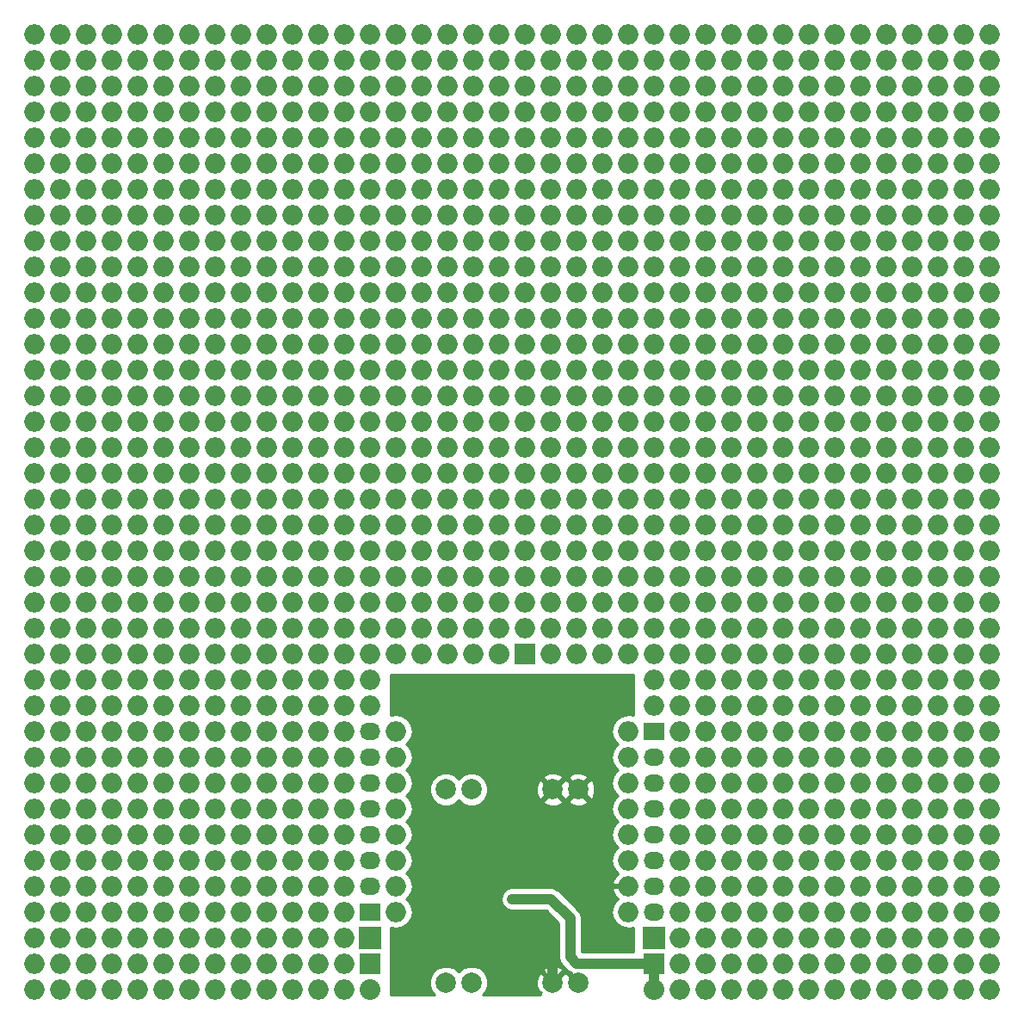
<source format=gbr>
G04 #@! TF.FileFunction,Copper,L2,Bot,Signal*
%FSLAX46Y46*%
G04 Gerber Fmt 4.6, Leading zero omitted, Abs format (unit mm)*
G04 Created by KiCad (PCBNEW 4.0.4+e1-6308~48~ubuntu16.04.1-stable) date Wed Dec 14 21:01:20 2016*
%MOMM*%
%LPD*%
G01*
G04 APERTURE LIST*
%ADD10C,0.100000*%
%ADD11O,2.000000X2.000000*%
%ADD12R,2.032000X2.032000*%
%ADD13O,2.032000X2.032000*%
%ADD14R,2.032000X1.727200*%
%ADD15O,2.032000X1.727200*%
%ADD16C,2.000000*%
%ADD17R,2.235200X2.235200*%
%ADD18C,0.600000*%
%ADD19C,1.000000*%
%ADD20C,0.254000*%
G04 APERTURE END LIST*
D10*
D11*
X86900000Y-128540000D03*
X114840000Y-128540000D03*
X117380000Y-126000000D03*
X114840000Y-126000000D03*
X86900000Y-126000000D03*
X84360000Y-126000000D03*
X86900000Y-105680000D03*
X86900000Y-108220000D03*
X86900000Y-110760000D03*
X84360000Y-110760000D03*
X84360000Y-108220000D03*
X84360000Y-105680000D03*
X84360000Y-98060000D03*
X84360000Y-100600000D03*
X84360000Y-103140000D03*
X86900000Y-103140000D03*
X86900000Y-100600000D03*
X86900000Y-98060000D03*
X86900000Y-113300000D03*
X86900000Y-115840000D03*
X86900000Y-118380000D03*
X84360000Y-118380000D03*
X84360000Y-115840000D03*
X84360000Y-113300000D03*
X84360000Y-120920000D03*
X84360000Y-123460000D03*
X86900000Y-123460000D03*
X86900000Y-120920000D03*
X86900000Y-90440000D03*
X86900000Y-92980000D03*
X86900000Y-95520000D03*
X84360000Y-95520000D03*
X84360000Y-92980000D03*
X84360000Y-90440000D03*
X84360000Y-82820000D03*
X84360000Y-85360000D03*
X84360000Y-87900000D03*
X86900000Y-87900000D03*
X86900000Y-85360000D03*
X86900000Y-82820000D03*
X86900000Y-67580000D03*
X86900000Y-70120000D03*
X86900000Y-72660000D03*
X84360000Y-72660000D03*
X84360000Y-70120000D03*
X84360000Y-67580000D03*
X84360000Y-75200000D03*
X84360000Y-77740000D03*
X84360000Y-80280000D03*
X86900000Y-80280000D03*
X86900000Y-77740000D03*
X86900000Y-75200000D03*
X86900000Y-62500000D03*
X86900000Y-65040000D03*
X84360000Y-65040000D03*
X84360000Y-62500000D03*
X89440000Y-62500000D03*
X89440000Y-65040000D03*
X91980000Y-65040000D03*
X91980000Y-62500000D03*
X97060000Y-62500000D03*
X97060000Y-65040000D03*
X94520000Y-65040000D03*
X94520000Y-62500000D03*
X104680000Y-62500000D03*
X104680000Y-65040000D03*
X107220000Y-65040000D03*
X107220000Y-62500000D03*
X102140000Y-62500000D03*
X102140000Y-65040000D03*
X99600000Y-65040000D03*
X99600000Y-62500000D03*
X114840000Y-62500000D03*
X114840000Y-65040000D03*
X117380000Y-65040000D03*
X117380000Y-62500000D03*
X109760000Y-62500000D03*
X109760000Y-65040000D03*
X112300000Y-65040000D03*
X112300000Y-62500000D03*
X112300000Y-75200000D03*
X112300000Y-77740000D03*
X112300000Y-80280000D03*
X109760000Y-80280000D03*
X109760000Y-77740000D03*
X109760000Y-75200000D03*
X117380000Y-75200000D03*
X117380000Y-77740000D03*
X117380000Y-80280000D03*
X114840000Y-80280000D03*
X114840000Y-77740000D03*
X114840000Y-75200000D03*
X99600000Y-75200000D03*
X99600000Y-77740000D03*
X99600000Y-80280000D03*
X102140000Y-80280000D03*
X102140000Y-77740000D03*
X102140000Y-75200000D03*
X107220000Y-75200000D03*
X107220000Y-77740000D03*
X107220000Y-80280000D03*
X104680000Y-80280000D03*
X104680000Y-77740000D03*
X104680000Y-75200000D03*
X94520000Y-75200000D03*
X94520000Y-77740000D03*
X94520000Y-80280000D03*
X97060000Y-80280000D03*
X97060000Y-77740000D03*
X97060000Y-75200000D03*
X91980000Y-75200000D03*
X91980000Y-77740000D03*
X91980000Y-80280000D03*
X89440000Y-80280000D03*
X89440000Y-77740000D03*
X89440000Y-75200000D03*
X89440000Y-67580000D03*
X89440000Y-70120000D03*
X89440000Y-72660000D03*
X91980000Y-72660000D03*
X91980000Y-70120000D03*
X91980000Y-67580000D03*
X97060000Y-67580000D03*
X97060000Y-70120000D03*
X97060000Y-72660000D03*
X94520000Y-72660000D03*
X94520000Y-70120000D03*
X94520000Y-67580000D03*
X104680000Y-67580000D03*
X104680000Y-70120000D03*
X104680000Y-72660000D03*
X107220000Y-72660000D03*
X107220000Y-70120000D03*
X107220000Y-67580000D03*
X102140000Y-67580000D03*
X102140000Y-70120000D03*
X102140000Y-72660000D03*
X99600000Y-72660000D03*
X99600000Y-70120000D03*
X99600000Y-67580000D03*
X114840000Y-67580000D03*
X114840000Y-70120000D03*
X114840000Y-72660000D03*
X117380000Y-72660000D03*
X117380000Y-70120000D03*
X117380000Y-67580000D03*
X109760000Y-67580000D03*
X109760000Y-70120000D03*
X109760000Y-72660000D03*
X112300000Y-72660000D03*
X112300000Y-70120000D03*
X112300000Y-67580000D03*
X112300000Y-82820000D03*
X112300000Y-85360000D03*
X112300000Y-87900000D03*
X109760000Y-87900000D03*
X109760000Y-85360000D03*
X109760000Y-82820000D03*
X117380000Y-82820000D03*
X117380000Y-85360000D03*
X117380000Y-87900000D03*
X114840000Y-87900000D03*
X114840000Y-85360000D03*
X114840000Y-82820000D03*
X99600000Y-82820000D03*
X99600000Y-85360000D03*
X99600000Y-87900000D03*
X102140000Y-87900000D03*
X102140000Y-85360000D03*
X102140000Y-82820000D03*
X107220000Y-82820000D03*
X107220000Y-85360000D03*
X107220000Y-87900000D03*
X104680000Y-87900000D03*
X104680000Y-85360000D03*
X104680000Y-82820000D03*
X94520000Y-82820000D03*
X94520000Y-85360000D03*
X94520000Y-87900000D03*
X97060000Y-87900000D03*
X97060000Y-85360000D03*
X97060000Y-82820000D03*
X91980000Y-82820000D03*
X91980000Y-85360000D03*
X91980000Y-87900000D03*
X89440000Y-87900000D03*
X89440000Y-85360000D03*
X89440000Y-82820000D03*
X89440000Y-90440000D03*
X89440000Y-92980000D03*
X89440000Y-95520000D03*
X91980000Y-95520000D03*
X91980000Y-92980000D03*
X91980000Y-90440000D03*
X97060000Y-90440000D03*
X97060000Y-92980000D03*
X97060000Y-95520000D03*
X94520000Y-95520000D03*
X94520000Y-92980000D03*
X94520000Y-90440000D03*
X104680000Y-90440000D03*
X104680000Y-92980000D03*
X104680000Y-95520000D03*
X107220000Y-95520000D03*
X107220000Y-92980000D03*
X107220000Y-90440000D03*
X102140000Y-90440000D03*
X102140000Y-92980000D03*
X102140000Y-95520000D03*
X99600000Y-95520000D03*
X99600000Y-92980000D03*
X99600000Y-90440000D03*
X114840000Y-90440000D03*
X114840000Y-92980000D03*
X114840000Y-95520000D03*
X117380000Y-95520000D03*
X117380000Y-92980000D03*
X117380000Y-90440000D03*
X109760000Y-90440000D03*
X109760000Y-92980000D03*
X109760000Y-95520000D03*
X112300000Y-95520000D03*
X112300000Y-92980000D03*
X112300000Y-90440000D03*
X112300000Y-120920000D03*
X112300000Y-123460000D03*
X109760000Y-123460000D03*
X109760000Y-120920000D03*
X117380000Y-120920000D03*
X117380000Y-123460000D03*
X114840000Y-123460000D03*
X114840000Y-120920000D03*
X99600000Y-120920000D03*
X102140000Y-120920000D03*
X107220000Y-120920000D03*
X107220000Y-123460000D03*
X104680000Y-123460000D03*
X104680000Y-120920000D03*
X94520000Y-120920000D03*
X94520000Y-123460000D03*
X97060000Y-123460000D03*
X97060000Y-120920000D03*
X91980000Y-120920000D03*
X91980000Y-123460000D03*
X89440000Y-123460000D03*
X89440000Y-120920000D03*
X89440000Y-113300000D03*
X89440000Y-115840000D03*
X89440000Y-118380000D03*
X91980000Y-118380000D03*
X91980000Y-115840000D03*
X91980000Y-113300000D03*
X97060000Y-113300000D03*
X97060000Y-115840000D03*
X97060000Y-118380000D03*
X94520000Y-118380000D03*
X94520000Y-115840000D03*
X94520000Y-113300000D03*
X104680000Y-113300000D03*
X104680000Y-115840000D03*
X104680000Y-118380000D03*
X107220000Y-118380000D03*
X107220000Y-115840000D03*
X107220000Y-113300000D03*
X102140000Y-113300000D03*
X102140000Y-115840000D03*
X102140000Y-118380000D03*
X99600000Y-118380000D03*
X99600000Y-115840000D03*
X99600000Y-113300000D03*
X114840000Y-113300000D03*
X114840000Y-115840000D03*
X114840000Y-118380000D03*
X117380000Y-118380000D03*
X117380000Y-115840000D03*
X117380000Y-113300000D03*
X109760000Y-113300000D03*
X109760000Y-115840000D03*
X109760000Y-118380000D03*
X112300000Y-118380000D03*
X112300000Y-115840000D03*
X112300000Y-113300000D03*
X112300000Y-98060000D03*
X112300000Y-100600000D03*
X112300000Y-103140000D03*
X109760000Y-103140000D03*
X109760000Y-100600000D03*
X109760000Y-98060000D03*
X117380000Y-98060000D03*
X117380000Y-100600000D03*
X117380000Y-103140000D03*
X114840000Y-103140000D03*
X114840000Y-100600000D03*
X114840000Y-98060000D03*
X99600000Y-98060000D03*
X99600000Y-100600000D03*
X99600000Y-103140000D03*
X102140000Y-103140000D03*
X102140000Y-100600000D03*
X102140000Y-98060000D03*
X107220000Y-98060000D03*
X107220000Y-100600000D03*
X107220000Y-103140000D03*
X104680000Y-103140000D03*
X104680000Y-100600000D03*
X104680000Y-98060000D03*
X94520000Y-98060000D03*
X94520000Y-100600000D03*
X94520000Y-103140000D03*
X97060000Y-103140000D03*
X97060000Y-100600000D03*
X97060000Y-98060000D03*
X91980000Y-98060000D03*
X91980000Y-100600000D03*
X91980000Y-103140000D03*
X89440000Y-103140000D03*
X89440000Y-100600000D03*
X89440000Y-98060000D03*
X89440000Y-105680000D03*
X89440000Y-108220000D03*
X89440000Y-110760000D03*
X91980000Y-110760000D03*
X91980000Y-108220000D03*
X91980000Y-105680000D03*
X97060000Y-105680000D03*
X97060000Y-108220000D03*
X97060000Y-110760000D03*
X94520000Y-110760000D03*
X94520000Y-108220000D03*
X94520000Y-105680000D03*
X104680000Y-105680000D03*
X104680000Y-108220000D03*
X104680000Y-110760000D03*
X107220000Y-110760000D03*
X107220000Y-108220000D03*
X107220000Y-105680000D03*
X102140000Y-105680000D03*
X102140000Y-108220000D03*
X102140000Y-110760000D03*
X99600000Y-110760000D03*
X99600000Y-108220000D03*
X99600000Y-105680000D03*
X114840000Y-105680000D03*
X114840000Y-108220000D03*
X114840000Y-110760000D03*
X117380000Y-110760000D03*
X117380000Y-108220000D03*
X117380000Y-105680000D03*
X109760000Y-105680000D03*
X109760000Y-108220000D03*
X109760000Y-110760000D03*
X112300000Y-110760000D03*
X112300000Y-108220000D03*
X112300000Y-105680000D03*
X142780000Y-105680000D03*
X142780000Y-108220000D03*
X142780000Y-110760000D03*
X140240000Y-110760000D03*
X140240000Y-108220000D03*
X140240000Y-105680000D03*
X147860000Y-105680000D03*
X147860000Y-108220000D03*
X147860000Y-110760000D03*
X145320000Y-110760000D03*
X145320000Y-108220000D03*
X145320000Y-105680000D03*
X130080000Y-105680000D03*
X130080000Y-108220000D03*
X130080000Y-110760000D03*
X132620000Y-110760000D03*
X132620000Y-108220000D03*
X132620000Y-105680000D03*
X137700000Y-105680000D03*
X137700000Y-108220000D03*
X137700000Y-110760000D03*
X135160000Y-110760000D03*
X135160000Y-108220000D03*
X135160000Y-105680000D03*
X125000000Y-105680000D03*
X125000000Y-108220000D03*
X125000000Y-110760000D03*
X127540000Y-110760000D03*
X127540000Y-108220000D03*
X127540000Y-105680000D03*
X122460000Y-105680000D03*
X122460000Y-108220000D03*
X122460000Y-110760000D03*
X119920000Y-110760000D03*
X119920000Y-108220000D03*
X119920000Y-105680000D03*
X119920000Y-98060000D03*
X119920000Y-100600000D03*
X119920000Y-103140000D03*
X122460000Y-103140000D03*
X122460000Y-100600000D03*
X122460000Y-98060000D03*
X127540000Y-98060000D03*
X127540000Y-100600000D03*
X127540000Y-103140000D03*
X125000000Y-103140000D03*
X125000000Y-100600000D03*
X125000000Y-98060000D03*
X135160000Y-98060000D03*
X135160000Y-100600000D03*
X135160000Y-103140000D03*
X137700000Y-103140000D03*
X137700000Y-100600000D03*
X137700000Y-98060000D03*
X132620000Y-98060000D03*
X132620000Y-100600000D03*
X132620000Y-103140000D03*
X130080000Y-103140000D03*
X130080000Y-100600000D03*
X130080000Y-98060000D03*
X145320000Y-98060000D03*
X145320000Y-100600000D03*
X145320000Y-103140000D03*
X147860000Y-103140000D03*
X147860000Y-100600000D03*
X147860000Y-98060000D03*
X140240000Y-98060000D03*
X140240000Y-100600000D03*
X140240000Y-103140000D03*
X142780000Y-103140000D03*
X142780000Y-100600000D03*
X142780000Y-98060000D03*
X142780000Y-113300000D03*
X142780000Y-115840000D03*
X142780000Y-118380000D03*
X140240000Y-118380000D03*
X140240000Y-115840000D03*
X140240000Y-113300000D03*
X147860000Y-113300000D03*
X147860000Y-115840000D03*
X147860000Y-118380000D03*
X145320000Y-118380000D03*
X145320000Y-115840000D03*
X145320000Y-113300000D03*
X130080000Y-113300000D03*
X130080000Y-115840000D03*
X130080000Y-118380000D03*
X132620000Y-118380000D03*
X132620000Y-115840000D03*
X132620000Y-113300000D03*
X137700000Y-113300000D03*
X137700000Y-115840000D03*
X137700000Y-118380000D03*
X135160000Y-118380000D03*
X135160000Y-115840000D03*
X135160000Y-113300000D03*
X125000000Y-113300000D03*
X125000000Y-115840000D03*
X125000000Y-118380000D03*
X127540000Y-118380000D03*
X127540000Y-115840000D03*
X127540000Y-113300000D03*
X122460000Y-113300000D03*
X122460000Y-115840000D03*
X122460000Y-118380000D03*
X119920000Y-118380000D03*
X119920000Y-115840000D03*
X119920000Y-113300000D03*
X119920000Y-120920000D03*
X119920000Y-123460000D03*
X119920000Y-126000000D03*
X122460000Y-126000000D03*
X122460000Y-123460000D03*
X122460000Y-120920000D03*
X127540000Y-120920000D03*
X127540000Y-123460000D03*
X127540000Y-126000000D03*
X125000000Y-126000000D03*
X125000000Y-123460000D03*
X125000000Y-120920000D03*
X135160000Y-120920000D03*
X135160000Y-123460000D03*
X135160000Y-126000000D03*
X137700000Y-126000000D03*
X137700000Y-123460000D03*
X137700000Y-120920000D03*
X132620000Y-120920000D03*
X132620000Y-123460000D03*
X132620000Y-126000000D03*
X130080000Y-126000000D03*
X130080000Y-123460000D03*
X130080000Y-120920000D03*
X145320000Y-120920000D03*
X145320000Y-123460000D03*
X145320000Y-126000000D03*
X147860000Y-126000000D03*
X147860000Y-123460000D03*
X147860000Y-120920000D03*
X140240000Y-120920000D03*
X140240000Y-123460000D03*
X140240000Y-126000000D03*
X142780000Y-126000000D03*
X142780000Y-123460000D03*
X142780000Y-120920000D03*
X142780000Y-90440000D03*
X142780000Y-92980000D03*
X142780000Y-95520000D03*
X140240000Y-95520000D03*
X140240000Y-92980000D03*
X140240000Y-90440000D03*
X147860000Y-90440000D03*
X147860000Y-92980000D03*
X147860000Y-95520000D03*
X145320000Y-95520000D03*
X145320000Y-92980000D03*
X145320000Y-90440000D03*
X130080000Y-90440000D03*
X130080000Y-92980000D03*
X130080000Y-95520000D03*
X132620000Y-95520000D03*
X132620000Y-92980000D03*
X132620000Y-90440000D03*
X137700000Y-90440000D03*
X137700000Y-92980000D03*
X137700000Y-95520000D03*
X135160000Y-95520000D03*
X135160000Y-92980000D03*
X135160000Y-90440000D03*
X125000000Y-90440000D03*
X125000000Y-92980000D03*
X125000000Y-95520000D03*
X127540000Y-95520000D03*
X127540000Y-92980000D03*
X127540000Y-90440000D03*
X122460000Y-90440000D03*
X122460000Y-92980000D03*
X122460000Y-95520000D03*
X119920000Y-95520000D03*
X119920000Y-92980000D03*
X119920000Y-90440000D03*
X119920000Y-82820000D03*
X119920000Y-85360000D03*
X119920000Y-87900000D03*
X122460000Y-87900000D03*
X122460000Y-85360000D03*
X122460000Y-82820000D03*
X127540000Y-82820000D03*
X127540000Y-85360000D03*
X127540000Y-87900000D03*
X125000000Y-87900000D03*
X125000000Y-85360000D03*
X125000000Y-82820000D03*
X135160000Y-82820000D03*
X135160000Y-85360000D03*
X135160000Y-87900000D03*
X137700000Y-87900000D03*
X137700000Y-85360000D03*
X137700000Y-82820000D03*
X132620000Y-82820000D03*
X132620000Y-85360000D03*
X132620000Y-87900000D03*
X130080000Y-87900000D03*
X130080000Y-85360000D03*
X130080000Y-82820000D03*
X145320000Y-82820000D03*
X145320000Y-85360000D03*
X145320000Y-87900000D03*
X147860000Y-87900000D03*
X147860000Y-85360000D03*
X147860000Y-82820000D03*
X140240000Y-82820000D03*
X140240000Y-85360000D03*
X140240000Y-87900000D03*
X142780000Y-87900000D03*
X142780000Y-85360000D03*
X142780000Y-82820000D03*
X142780000Y-67580000D03*
X142780000Y-70120000D03*
X142780000Y-72660000D03*
X140240000Y-72660000D03*
X140240000Y-70120000D03*
X140240000Y-67580000D03*
X147860000Y-67580000D03*
X147860000Y-70120000D03*
X147860000Y-72660000D03*
X145320000Y-72660000D03*
X145320000Y-70120000D03*
X145320000Y-67580000D03*
X130080000Y-67580000D03*
X130080000Y-70120000D03*
X130080000Y-72660000D03*
X132620000Y-72660000D03*
X132620000Y-70120000D03*
X132620000Y-67580000D03*
X137700000Y-67580000D03*
X137700000Y-70120000D03*
X137700000Y-72660000D03*
X135160000Y-72660000D03*
X135160000Y-70120000D03*
X135160000Y-67580000D03*
X125000000Y-67580000D03*
X125000000Y-70120000D03*
X125000000Y-72660000D03*
X127540000Y-72660000D03*
X127540000Y-70120000D03*
X127540000Y-67580000D03*
X122460000Y-67580000D03*
X122460000Y-70120000D03*
X122460000Y-72660000D03*
X119920000Y-72660000D03*
X119920000Y-70120000D03*
X119920000Y-67580000D03*
X119920000Y-75200000D03*
X119920000Y-77740000D03*
X119920000Y-80280000D03*
X122460000Y-80280000D03*
X122460000Y-77740000D03*
X122460000Y-75200000D03*
X127540000Y-75200000D03*
X127540000Y-77740000D03*
X127540000Y-80280000D03*
X125000000Y-80280000D03*
X125000000Y-77740000D03*
X125000000Y-75200000D03*
X135160000Y-75200000D03*
X135160000Y-77740000D03*
X135160000Y-80280000D03*
X137700000Y-80280000D03*
X137700000Y-77740000D03*
X137700000Y-75200000D03*
X132620000Y-75200000D03*
X132620000Y-77740000D03*
X132620000Y-80280000D03*
X130080000Y-80280000D03*
X130080000Y-77740000D03*
X130080000Y-75200000D03*
X145320000Y-75200000D03*
X145320000Y-77740000D03*
X145320000Y-80280000D03*
X147860000Y-80280000D03*
X147860000Y-77740000D03*
X147860000Y-75200000D03*
X140240000Y-75200000D03*
X140240000Y-77740000D03*
X140240000Y-80280000D03*
X142780000Y-80280000D03*
X142780000Y-77740000D03*
X142780000Y-75200000D03*
X142780000Y-62500000D03*
X142780000Y-65040000D03*
X140240000Y-65040000D03*
X140240000Y-62500000D03*
X147860000Y-62500000D03*
X147860000Y-65040000D03*
X145320000Y-65040000D03*
X145320000Y-62500000D03*
X130080000Y-62500000D03*
X130080000Y-65040000D03*
X132620000Y-65040000D03*
X132620000Y-62500000D03*
X137700000Y-62500000D03*
X137700000Y-65040000D03*
X135160000Y-65040000D03*
X135160000Y-62500000D03*
X125000000Y-62500000D03*
X125000000Y-65040000D03*
X127540000Y-65040000D03*
X127540000Y-62500000D03*
X122460000Y-62500000D03*
X122460000Y-65040000D03*
X119920000Y-65040000D03*
X119920000Y-62500000D03*
X53880000Y-62500000D03*
X53880000Y-65040000D03*
X56420000Y-65040000D03*
X56420000Y-62500000D03*
X61500000Y-62500000D03*
X61500000Y-65040000D03*
X58960000Y-65040000D03*
X58960000Y-62500000D03*
X69120000Y-62500000D03*
X69120000Y-65040000D03*
X71660000Y-65040000D03*
X71660000Y-62500000D03*
X66580000Y-62500000D03*
X66580000Y-65040000D03*
X64040000Y-65040000D03*
X64040000Y-62500000D03*
X79280000Y-62500000D03*
X79280000Y-65040000D03*
X81820000Y-65040000D03*
X81820000Y-62500000D03*
X74200000Y-62500000D03*
X74200000Y-65040000D03*
X76740000Y-65040000D03*
X76740000Y-62500000D03*
X76740000Y-75200000D03*
X76740000Y-77740000D03*
X76740000Y-80280000D03*
X74200000Y-80280000D03*
X74200000Y-77740000D03*
X74200000Y-75200000D03*
X81820000Y-75200000D03*
X81820000Y-77740000D03*
X81820000Y-80280000D03*
X79280000Y-80280000D03*
X79280000Y-77740000D03*
X79280000Y-75200000D03*
X64040000Y-75200000D03*
X64040000Y-77740000D03*
X64040000Y-80280000D03*
X66580000Y-80280000D03*
X66580000Y-77740000D03*
X66580000Y-75200000D03*
X71660000Y-75200000D03*
X71660000Y-77740000D03*
X71660000Y-80280000D03*
X69120000Y-80280000D03*
X69120000Y-77740000D03*
X69120000Y-75200000D03*
X58960000Y-75200000D03*
X58960000Y-77740000D03*
X58960000Y-80280000D03*
X61500000Y-80280000D03*
X61500000Y-77740000D03*
X61500000Y-75200000D03*
X56420000Y-75200000D03*
X56420000Y-77740000D03*
X56420000Y-80280000D03*
X53880000Y-80280000D03*
X53880000Y-77740000D03*
X53880000Y-75200000D03*
X53880000Y-67580000D03*
X53880000Y-70120000D03*
X53880000Y-72660000D03*
X56420000Y-72660000D03*
X56420000Y-70120000D03*
X56420000Y-67580000D03*
X61500000Y-67580000D03*
X61500000Y-70120000D03*
X61500000Y-72660000D03*
X58960000Y-72660000D03*
X58960000Y-70120000D03*
X58960000Y-67580000D03*
X69120000Y-67580000D03*
X69120000Y-70120000D03*
X69120000Y-72660000D03*
X71660000Y-72660000D03*
X71660000Y-70120000D03*
X71660000Y-67580000D03*
X66580000Y-67580000D03*
X66580000Y-70120000D03*
X66580000Y-72660000D03*
X64040000Y-72660000D03*
X64040000Y-70120000D03*
X64040000Y-67580000D03*
X79280000Y-67580000D03*
X79280000Y-70120000D03*
X79280000Y-72660000D03*
X81820000Y-72660000D03*
X81820000Y-70120000D03*
X81820000Y-67580000D03*
X74200000Y-67580000D03*
X74200000Y-70120000D03*
X74200000Y-72660000D03*
X76740000Y-72660000D03*
X76740000Y-70120000D03*
X76740000Y-67580000D03*
X76740000Y-82820000D03*
X76740000Y-85360000D03*
X76740000Y-87900000D03*
X74200000Y-87900000D03*
X74200000Y-85360000D03*
X74200000Y-82820000D03*
X81820000Y-82820000D03*
X81820000Y-85360000D03*
X81820000Y-87900000D03*
X79280000Y-87900000D03*
X79280000Y-85360000D03*
X79280000Y-82820000D03*
X64040000Y-82820000D03*
X64040000Y-85360000D03*
X64040000Y-87900000D03*
X66580000Y-87900000D03*
X66580000Y-85360000D03*
X66580000Y-82820000D03*
X71660000Y-82820000D03*
X71660000Y-85360000D03*
X71660000Y-87900000D03*
X69120000Y-87900000D03*
X69120000Y-85360000D03*
X69120000Y-82820000D03*
X58960000Y-82820000D03*
X58960000Y-85360000D03*
X58960000Y-87900000D03*
X61500000Y-87900000D03*
X61500000Y-85360000D03*
X61500000Y-82820000D03*
X56420000Y-82820000D03*
X56420000Y-85360000D03*
X56420000Y-87900000D03*
X53880000Y-87900000D03*
X53880000Y-85360000D03*
X53880000Y-82820000D03*
X53880000Y-90440000D03*
X53880000Y-92980000D03*
X53880000Y-95520000D03*
X56420000Y-95520000D03*
X56420000Y-92980000D03*
X56420000Y-90440000D03*
X61500000Y-90440000D03*
X61500000Y-92980000D03*
X61500000Y-95520000D03*
X58960000Y-95520000D03*
X58960000Y-92980000D03*
X58960000Y-90440000D03*
X69120000Y-90440000D03*
X69120000Y-92980000D03*
X69120000Y-95520000D03*
X71660000Y-95520000D03*
X71660000Y-92980000D03*
X71660000Y-90440000D03*
X66580000Y-90440000D03*
X66580000Y-92980000D03*
X66580000Y-95520000D03*
X64040000Y-95520000D03*
X64040000Y-92980000D03*
X64040000Y-90440000D03*
X79280000Y-90440000D03*
X79280000Y-92980000D03*
X79280000Y-95520000D03*
X81820000Y-95520000D03*
X81820000Y-92980000D03*
X81820000Y-90440000D03*
X74200000Y-90440000D03*
X74200000Y-92980000D03*
X74200000Y-95520000D03*
X76740000Y-95520000D03*
X76740000Y-92980000D03*
X76740000Y-90440000D03*
X76740000Y-120920000D03*
X76740000Y-123460000D03*
X76740000Y-126000000D03*
X74200000Y-126000000D03*
X74200000Y-123460000D03*
X74200000Y-120920000D03*
X81820000Y-120920000D03*
X81820000Y-123460000D03*
X81820000Y-126000000D03*
X79280000Y-126000000D03*
X79280000Y-123460000D03*
X79280000Y-120920000D03*
X64040000Y-120920000D03*
X64040000Y-123460000D03*
X64040000Y-126000000D03*
X66580000Y-126000000D03*
X66580000Y-123460000D03*
X66580000Y-120920000D03*
X71660000Y-120920000D03*
X71660000Y-123460000D03*
X71660000Y-126000000D03*
X69120000Y-126000000D03*
X69120000Y-123460000D03*
X69120000Y-120920000D03*
X58960000Y-120920000D03*
X58960000Y-123460000D03*
X58960000Y-126000000D03*
X61500000Y-126000000D03*
X61500000Y-123460000D03*
X61500000Y-120920000D03*
X56420000Y-120920000D03*
X56420000Y-123460000D03*
X56420000Y-126000000D03*
X53880000Y-126000000D03*
X53880000Y-123460000D03*
X53880000Y-120920000D03*
X53880000Y-113300000D03*
X53880000Y-115840000D03*
X53880000Y-118380000D03*
X56420000Y-118380000D03*
X56420000Y-115840000D03*
X56420000Y-113300000D03*
X61500000Y-113300000D03*
X61500000Y-115840000D03*
X61500000Y-118380000D03*
X58960000Y-118380000D03*
X58960000Y-115840000D03*
X58960000Y-113300000D03*
X69120000Y-113300000D03*
X69120000Y-115840000D03*
X69120000Y-118380000D03*
X71660000Y-118380000D03*
X71660000Y-115840000D03*
X71660000Y-113300000D03*
X66580000Y-113300000D03*
X66580000Y-115840000D03*
X66580000Y-118380000D03*
X64040000Y-118380000D03*
X64040000Y-115840000D03*
X64040000Y-113300000D03*
X79280000Y-113300000D03*
X79280000Y-115840000D03*
X79280000Y-118380000D03*
X81820000Y-118380000D03*
X81820000Y-115840000D03*
X81820000Y-113300000D03*
X74200000Y-113300000D03*
X74200000Y-115840000D03*
X74200000Y-118380000D03*
X76740000Y-118380000D03*
X76740000Y-115840000D03*
X76740000Y-113300000D03*
X76740000Y-98060000D03*
X76740000Y-100600000D03*
X76740000Y-103140000D03*
X74200000Y-103140000D03*
X74200000Y-100600000D03*
X74200000Y-98060000D03*
X81820000Y-98060000D03*
X81820000Y-100600000D03*
X81820000Y-103140000D03*
X79280000Y-103140000D03*
X79280000Y-100600000D03*
X79280000Y-98060000D03*
X64040000Y-98060000D03*
X64040000Y-100600000D03*
X64040000Y-103140000D03*
X66580000Y-103140000D03*
X66580000Y-100600000D03*
X66580000Y-98060000D03*
X71660000Y-98060000D03*
X71660000Y-100600000D03*
X71660000Y-103140000D03*
X69120000Y-103140000D03*
X69120000Y-100600000D03*
X69120000Y-98060000D03*
X58960000Y-98060000D03*
X58960000Y-100600000D03*
X58960000Y-103140000D03*
X61500000Y-103140000D03*
X61500000Y-100600000D03*
X61500000Y-98060000D03*
X56420000Y-98060000D03*
X56420000Y-100600000D03*
X56420000Y-103140000D03*
X53880000Y-103140000D03*
X53880000Y-100600000D03*
X53880000Y-98060000D03*
X53880000Y-105680000D03*
X53880000Y-108220000D03*
X53880000Y-110760000D03*
X56420000Y-110760000D03*
X56420000Y-108220000D03*
X56420000Y-105680000D03*
X61500000Y-105680000D03*
X61500000Y-108220000D03*
X61500000Y-110760000D03*
X58960000Y-110760000D03*
X58960000Y-108220000D03*
X58960000Y-105680000D03*
X69120000Y-105680000D03*
X69120000Y-108220000D03*
X69120000Y-110760000D03*
X71660000Y-110760000D03*
X71660000Y-108220000D03*
X71660000Y-105680000D03*
X66580000Y-105680000D03*
X66580000Y-108220000D03*
X66580000Y-110760000D03*
X64040000Y-110760000D03*
X64040000Y-108220000D03*
X64040000Y-105680000D03*
X79280000Y-105680000D03*
X79280000Y-108220000D03*
X79280000Y-110760000D03*
X81820000Y-110760000D03*
X81820000Y-108220000D03*
X81820000Y-105680000D03*
X74200000Y-105680000D03*
X74200000Y-108220000D03*
X74200000Y-110760000D03*
X76740000Y-110760000D03*
X76740000Y-108220000D03*
X76740000Y-105680000D03*
X147860000Y-136160000D03*
X147860000Y-138700000D03*
X147860000Y-141240000D03*
X147860000Y-133620000D03*
X147860000Y-131080000D03*
X147860000Y-128540000D03*
X119920000Y-136160000D03*
X119920000Y-138700000D03*
X119920000Y-141240000D03*
X117380000Y-141240000D03*
X117380000Y-138700000D03*
X117380000Y-136160000D03*
X127540000Y-136160000D03*
X127540000Y-138700000D03*
X127540000Y-141240000D03*
X130080000Y-141240000D03*
X130080000Y-138700000D03*
X130080000Y-136160000D03*
X125000000Y-136160000D03*
X125000000Y-138700000D03*
X125000000Y-141240000D03*
X122460000Y-141240000D03*
X122460000Y-138700000D03*
X122460000Y-136160000D03*
X137700000Y-136160000D03*
X137700000Y-138700000D03*
X137700000Y-141240000D03*
X140240000Y-141240000D03*
X140240000Y-138700000D03*
X140240000Y-136160000D03*
X145320000Y-136160000D03*
X145320000Y-138700000D03*
X145320000Y-141240000D03*
X142780000Y-141240000D03*
X142780000Y-138700000D03*
X142780000Y-136160000D03*
X132620000Y-136160000D03*
X132620000Y-138700000D03*
X132620000Y-141240000D03*
X135160000Y-141240000D03*
X135160000Y-138700000D03*
X135160000Y-136160000D03*
X137700000Y-128540000D03*
X137700000Y-131080000D03*
X137700000Y-133620000D03*
X135160000Y-133620000D03*
X135160000Y-131080000D03*
X135160000Y-128540000D03*
X142780000Y-128540000D03*
X142780000Y-131080000D03*
X142780000Y-133620000D03*
X140240000Y-133620000D03*
X140240000Y-131080000D03*
X140240000Y-128540000D03*
X125000000Y-128540000D03*
X125000000Y-131080000D03*
X125000000Y-133620000D03*
X127540000Y-133620000D03*
X127540000Y-131080000D03*
X127540000Y-128540000D03*
X132620000Y-128540000D03*
X132620000Y-131080000D03*
X132620000Y-133620000D03*
X130080000Y-133620000D03*
X130080000Y-131080000D03*
X130080000Y-128540000D03*
X119920000Y-128540000D03*
X119920000Y-131080000D03*
X119920000Y-133620000D03*
X122460000Y-133620000D03*
X122460000Y-131080000D03*
X122460000Y-128540000D03*
X117380000Y-128540000D03*
X117380000Y-131080000D03*
X117380000Y-133620000D03*
X145320000Y-133620000D03*
X145320000Y-131080000D03*
X145320000Y-128540000D03*
X76740000Y-136160000D03*
X76740000Y-138700000D03*
X76740000Y-141240000D03*
X74200000Y-141240000D03*
X74200000Y-138700000D03*
X74200000Y-136160000D03*
X84360000Y-136160000D03*
X84360000Y-138700000D03*
X84360000Y-141240000D03*
X81820000Y-136160000D03*
X81820000Y-138700000D03*
X81820000Y-141240000D03*
X79280000Y-141240000D03*
X79280000Y-138700000D03*
X79280000Y-136160000D03*
X64040000Y-136160000D03*
X64040000Y-138700000D03*
X64040000Y-141240000D03*
X66580000Y-141240000D03*
X66580000Y-138700000D03*
X66580000Y-136160000D03*
X71660000Y-136160000D03*
X71660000Y-138700000D03*
X71660000Y-141240000D03*
X69120000Y-141240000D03*
X69120000Y-138700000D03*
X69120000Y-136160000D03*
X58960000Y-136160000D03*
X58960000Y-138700000D03*
X58960000Y-141240000D03*
X61500000Y-141240000D03*
X61500000Y-138700000D03*
X61500000Y-136160000D03*
X56420000Y-136160000D03*
X56420000Y-138700000D03*
X56420000Y-141240000D03*
X53880000Y-141240000D03*
X53880000Y-138700000D03*
X53880000Y-136160000D03*
X53880000Y-128540000D03*
X53880000Y-131080000D03*
X53880000Y-133620000D03*
X56420000Y-133620000D03*
X56420000Y-131080000D03*
X56420000Y-128540000D03*
X61500000Y-128540000D03*
X61500000Y-131080000D03*
X61500000Y-133620000D03*
X58960000Y-133620000D03*
X58960000Y-131080000D03*
X58960000Y-128540000D03*
X69120000Y-128540000D03*
X69120000Y-131080000D03*
X69120000Y-133620000D03*
X71660000Y-133620000D03*
X71660000Y-131080000D03*
X71660000Y-128540000D03*
X66580000Y-128540000D03*
X66580000Y-131080000D03*
X66580000Y-133620000D03*
X64040000Y-133620000D03*
X64040000Y-131080000D03*
X64040000Y-128540000D03*
X79280000Y-128540000D03*
X79280000Y-131080000D03*
X79280000Y-133620000D03*
X81820000Y-133620000D03*
X81820000Y-131080000D03*
X81820000Y-128540000D03*
X84360000Y-133620000D03*
X84360000Y-131080000D03*
X84360000Y-128540000D03*
X74200000Y-128540000D03*
X74200000Y-131080000D03*
X74200000Y-133620000D03*
X76740000Y-133620000D03*
X76740000Y-131080000D03*
X76740000Y-128540000D03*
X147860000Y-143780000D03*
X147860000Y-146320000D03*
X147860000Y-148860000D03*
X117380000Y-143780000D03*
X117380000Y-146320000D03*
X117380000Y-148860000D03*
X119920000Y-148860000D03*
X119920000Y-146320000D03*
X119920000Y-143780000D03*
X125000000Y-143780000D03*
X125000000Y-146320000D03*
X125000000Y-148860000D03*
X122460000Y-148860000D03*
X122460000Y-146320000D03*
X122460000Y-143780000D03*
X132620000Y-143780000D03*
X132620000Y-146320000D03*
X132620000Y-148860000D03*
X135160000Y-148860000D03*
X135160000Y-146320000D03*
X135160000Y-143780000D03*
X130080000Y-143780000D03*
X130080000Y-146320000D03*
X130080000Y-148860000D03*
X127540000Y-148860000D03*
X127540000Y-146320000D03*
X127540000Y-143780000D03*
X142780000Y-143780000D03*
X142780000Y-146320000D03*
X142780000Y-148860000D03*
X145320000Y-148860000D03*
X145320000Y-146320000D03*
X145320000Y-143780000D03*
X137700000Y-143780000D03*
X137700000Y-146320000D03*
X137700000Y-148860000D03*
X140240000Y-148860000D03*
X140240000Y-146320000D03*
X140240000Y-143780000D03*
X76740000Y-143780000D03*
X76740000Y-146320000D03*
X76740000Y-148860000D03*
X74200000Y-148860000D03*
X74200000Y-146320000D03*
X74200000Y-143780000D03*
X84360000Y-143780000D03*
X84360000Y-146320000D03*
X84360000Y-148860000D03*
X81820000Y-143780000D03*
X81820000Y-146320000D03*
X81820000Y-148860000D03*
X79280000Y-148860000D03*
X79280000Y-146320000D03*
X79280000Y-143780000D03*
X64040000Y-143780000D03*
X64040000Y-146320000D03*
X64040000Y-148860000D03*
X66580000Y-148860000D03*
X66580000Y-146320000D03*
X66580000Y-143780000D03*
X71660000Y-143780000D03*
X71660000Y-146320000D03*
X71660000Y-148860000D03*
X69120000Y-148860000D03*
X69120000Y-146320000D03*
X69120000Y-143780000D03*
X58960000Y-143780000D03*
X58960000Y-146320000D03*
X58960000Y-148860000D03*
X61500000Y-148860000D03*
X61500000Y-146320000D03*
X61500000Y-143780000D03*
X56420000Y-143780000D03*
X56420000Y-146320000D03*
X56420000Y-148860000D03*
X53880000Y-148860000D03*
X53880000Y-146320000D03*
X53880000Y-143780000D03*
X53880000Y-151400000D03*
X53880000Y-153940000D03*
X53880000Y-156480000D03*
X56420000Y-156480000D03*
X56420000Y-153940000D03*
X56420000Y-151400000D03*
X61500000Y-151400000D03*
X61500000Y-153940000D03*
X61500000Y-156480000D03*
X58960000Y-156480000D03*
X58960000Y-153940000D03*
X58960000Y-151400000D03*
X69120000Y-151400000D03*
X69120000Y-153940000D03*
X69120000Y-156480000D03*
X71660000Y-156480000D03*
X71660000Y-153940000D03*
X71660000Y-151400000D03*
X66580000Y-151400000D03*
X66580000Y-153940000D03*
X66580000Y-156480000D03*
X64040000Y-156480000D03*
X64040000Y-153940000D03*
X64040000Y-151400000D03*
X79280000Y-151400000D03*
X79280000Y-153940000D03*
X79280000Y-156480000D03*
X81820000Y-156480000D03*
X81820000Y-153940000D03*
X81820000Y-151400000D03*
X84360000Y-156480000D03*
X84360000Y-153940000D03*
X84360000Y-151400000D03*
X74200000Y-151400000D03*
X74200000Y-153940000D03*
X74200000Y-156480000D03*
X76740000Y-156480000D03*
X76740000Y-153940000D03*
X76740000Y-151400000D03*
X137700000Y-151400000D03*
X137700000Y-153940000D03*
X137700000Y-156480000D03*
X135160000Y-156480000D03*
X135160000Y-153940000D03*
X135160000Y-151400000D03*
X145320000Y-151400000D03*
X145320000Y-153940000D03*
X145320000Y-156480000D03*
X147860000Y-156480000D03*
X147860000Y-153940000D03*
X147860000Y-151400000D03*
X142780000Y-151400000D03*
X142780000Y-153940000D03*
X142780000Y-156480000D03*
X140240000Y-156480000D03*
X140240000Y-153940000D03*
X140240000Y-151400000D03*
X125000000Y-151400000D03*
X125000000Y-153940000D03*
X125000000Y-156480000D03*
X127540000Y-156480000D03*
X127540000Y-153940000D03*
X127540000Y-151400000D03*
X132620000Y-151400000D03*
X132620000Y-153940000D03*
X132620000Y-156480000D03*
X130080000Y-156480000D03*
X130080000Y-153940000D03*
X130080000Y-151400000D03*
X119920000Y-151400000D03*
X119920000Y-153940000D03*
X119920000Y-156480000D03*
X122460000Y-156480000D03*
X122460000Y-153940000D03*
X122460000Y-151400000D03*
X117380000Y-151400000D03*
X117380000Y-153940000D03*
X117380000Y-156480000D03*
X89440000Y-131080000D03*
X89440000Y-133620000D03*
X89440000Y-136160000D03*
X89440000Y-138700000D03*
X89440000Y-141240000D03*
X89440000Y-143780000D03*
X89440000Y-146320000D03*
X89440000Y-148860000D03*
X112300000Y-148860000D03*
X112300000Y-146320000D03*
X112300000Y-143780000D03*
X112300000Y-141240000D03*
X112300000Y-138700000D03*
X112300000Y-136160000D03*
X112300000Y-133620000D03*
X112300000Y-131080000D03*
D12*
X102140000Y-123460000D03*
D13*
X99600000Y-123460000D03*
D14*
X114840000Y-131080000D03*
D15*
X114840000Y-133620000D03*
X114840000Y-136160000D03*
X114840000Y-138700000D03*
X114840000Y-141240000D03*
X114840000Y-143780000D03*
X114840000Y-146320000D03*
X114840000Y-148860000D03*
D14*
X86900000Y-148860000D03*
D15*
X86900000Y-146320000D03*
X86900000Y-143780000D03*
X86900000Y-141240000D03*
X86900000Y-138700000D03*
X86900000Y-136160000D03*
X86900000Y-133620000D03*
X86900000Y-131080000D03*
D16*
X107370000Y-136820000D03*
X104870000Y-136820000D03*
X96870000Y-136820000D03*
X94370000Y-136820000D03*
X96870000Y-155820000D03*
X94370000Y-155820000D03*
X107370000Y-155820000D03*
X104870000Y-155820000D03*
D17*
X114840000Y-151400000D03*
D12*
X86900000Y-153940000D03*
D13*
X86900000Y-156480000D03*
D17*
X86900000Y-151400000D03*
D12*
X114840000Y-153940000D03*
D13*
X114840000Y-156480000D03*
D18*
X103410000Y-150765000D03*
X100870000Y-147590000D03*
D19*
X104870000Y-155820000D02*
X104870000Y-152225000D01*
X104870000Y-152225000D02*
X103410000Y-150765000D01*
X114840000Y-156480000D02*
X114840000Y-153940000D01*
X114840000Y-153940000D02*
X107220000Y-153940000D01*
X107220000Y-153940000D02*
X106585000Y-153305000D01*
X106585000Y-153305000D02*
X106585000Y-149495000D01*
X106585000Y-149495000D02*
X104680000Y-147590000D01*
X104680000Y-147590000D02*
X100870000Y-147590000D01*
D20*
G36*
X112808000Y-129539676D02*
X112332032Y-129445000D01*
X112267968Y-129445000D01*
X111642281Y-129569457D01*
X111111848Y-129923880D01*
X110757425Y-130454313D01*
X110632968Y-131080000D01*
X110757425Y-131705687D01*
X111111848Y-132236120D01*
X111282282Y-132350000D01*
X111111848Y-132463880D01*
X110757425Y-132994313D01*
X110632968Y-133620000D01*
X110757425Y-134245687D01*
X111111848Y-134776120D01*
X111282282Y-134890000D01*
X111111848Y-135003880D01*
X110757425Y-135534313D01*
X110632968Y-136160000D01*
X110757425Y-136785687D01*
X111111848Y-137316120D01*
X111282282Y-137430000D01*
X111111848Y-137543880D01*
X110757425Y-138074313D01*
X110632968Y-138700000D01*
X110757425Y-139325687D01*
X111111848Y-139856120D01*
X111282282Y-139970000D01*
X111111848Y-140083880D01*
X110757425Y-140614313D01*
X110632968Y-141240000D01*
X110757425Y-141865687D01*
X111111848Y-142396120D01*
X111282282Y-142510000D01*
X111111848Y-142623880D01*
X110757425Y-143154313D01*
X110632968Y-143780000D01*
X110757425Y-144405687D01*
X111111848Y-144936120D01*
X111287340Y-145053379D01*
X110906598Y-145464615D01*
X110709876Y-145939566D01*
X110829223Y-146193000D01*
X112173000Y-146193000D01*
X112173000Y-146173000D01*
X112427000Y-146173000D01*
X112427000Y-146193000D01*
X112447000Y-146193000D01*
X112447000Y-146447000D01*
X112427000Y-146447000D01*
X112427000Y-146467000D01*
X112173000Y-146467000D01*
X112173000Y-146447000D01*
X110829223Y-146447000D01*
X110709876Y-146700434D01*
X110906598Y-147175385D01*
X111287340Y-147586621D01*
X111111848Y-147703880D01*
X110757425Y-148234313D01*
X110632968Y-148860000D01*
X110757425Y-149485687D01*
X111111848Y-150016120D01*
X111642281Y-150370543D01*
X112267968Y-150495000D01*
X112332032Y-150495000D01*
X112808000Y-150400324D01*
X112808000Y-152805000D01*
X107720000Y-152805000D01*
X107720000Y-149495000D01*
X107633603Y-149060654D01*
X107387566Y-148692434D01*
X105482566Y-146787434D01*
X105284122Y-146654838D01*
X105114346Y-146541397D01*
X104680000Y-146455000D01*
X100870000Y-146455000D01*
X100435654Y-146541397D01*
X100067434Y-146787434D01*
X99821397Y-147155654D01*
X99735000Y-147590000D01*
X99821397Y-148024346D01*
X100067434Y-148392566D01*
X100435654Y-148638603D01*
X100870000Y-148725000D01*
X104209868Y-148725000D01*
X105450000Y-149965132D01*
X105450000Y-153305000D01*
X105536397Y-153739346D01*
X105670470Y-153940000D01*
X105782434Y-154107566D01*
X106417434Y-154742566D01*
X106582394Y-154852789D01*
X107370000Y-155640395D01*
X107384143Y-155626253D01*
X107563748Y-155805858D01*
X107549605Y-155820000D01*
X107563748Y-155834143D01*
X107384143Y-156013748D01*
X107370000Y-155999605D01*
X107355858Y-156013748D01*
X107176253Y-155834143D01*
X107190395Y-155820000D01*
X106217468Y-154847073D01*
X106120000Y-154883109D01*
X106022532Y-154847073D01*
X105049605Y-155820000D01*
X105063748Y-155834143D01*
X104884143Y-156013748D01*
X104870000Y-155999605D01*
X104855858Y-156013748D01*
X104676253Y-155834143D01*
X104690395Y-155820000D01*
X103717468Y-154847073D01*
X103450613Y-154945736D01*
X103224092Y-155555461D01*
X103248144Y-156205460D01*
X103450613Y-156694264D01*
X103717466Y-156792926D01*
X103603186Y-156907206D01*
X103683980Y-156988000D01*
X98014220Y-156988000D01*
X98255278Y-156747363D01*
X98504716Y-156146648D01*
X98505284Y-155496205D01*
X98256894Y-154895057D01*
X98029703Y-154667468D01*
X103897073Y-154667468D01*
X104870000Y-155640395D01*
X105842927Y-154667468D01*
X105744264Y-154400613D01*
X105134539Y-154174092D01*
X104484540Y-154198144D01*
X103995736Y-154400613D01*
X103897073Y-154667468D01*
X98029703Y-154667468D01*
X97797363Y-154434722D01*
X97196648Y-154185284D01*
X96546205Y-154184716D01*
X95945057Y-154433106D01*
X95619836Y-154757759D01*
X95297363Y-154434722D01*
X94696648Y-154185284D01*
X94046205Y-154184716D01*
X93445057Y-154433106D01*
X92984722Y-154892637D01*
X92735284Y-155493352D01*
X92734716Y-156143795D01*
X92983106Y-156744943D01*
X93225738Y-156988000D01*
X88932000Y-156988000D01*
X88932000Y-150400324D01*
X89407968Y-150495000D01*
X89472032Y-150495000D01*
X90097719Y-150370543D01*
X90628152Y-150016120D01*
X90982575Y-149485687D01*
X91107032Y-148860000D01*
X90982575Y-148234313D01*
X90628152Y-147703880D01*
X90457718Y-147590000D01*
X90628152Y-147476120D01*
X90982575Y-146945687D01*
X91107032Y-146320000D01*
X90982575Y-145694313D01*
X90628152Y-145163880D01*
X90457718Y-145050000D01*
X90628152Y-144936120D01*
X90982575Y-144405687D01*
X91107032Y-143780000D01*
X90982575Y-143154313D01*
X90628152Y-142623880D01*
X90457718Y-142510000D01*
X90628152Y-142396120D01*
X90982575Y-141865687D01*
X91107032Y-141240000D01*
X90982575Y-140614313D01*
X90628152Y-140083880D01*
X90457718Y-139970000D01*
X90628152Y-139856120D01*
X90982575Y-139325687D01*
X91107032Y-138700000D01*
X90982575Y-138074313D01*
X90628152Y-137543880D01*
X90457718Y-137430000D01*
X90628152Y-137316120D01*
X90743295Y-137143795D01*
X92734716Y-137143795D01*
X92983106Y-137744943D01*
X93442637Y-138205278D01*
X94043352Y-138454716D01*
X94693795Y-138455284D01*
X95294943Y-138206894D01*
X95620164Y-137882241D01*
X95942637Y-138205278D01*
X96543352Y-138454716D01*
X97193795Y-138455284D01*
X97794943Y-138206894D01*
X98029715Y-137972532D01*
X103897073Y-137972532D01*
X103995736Y-138239387D01*
X104605461Y-138465908D01*
X105255460Y-138441856D01*
X105744264Y-138239387D01*
X105842927Y-137972532D01*
X106397073Y-137972532D01*
X106495736Y-138239387D01*
X107105461Y-138465908D01*
X107755460Y-138441856D01*
X108244264Y-138239387D01*
X108342927Y-137972532D01*
X107370000Y-136999605D01*
X106397073Y-137972532D01*
X105842927Y-137972532D01*
X104870000Y-136999605D01*
X103897073Y-137972532D01*
X98029715Y-137972532D01*
X98255278Y-137747363D01*
X98504716Y-137146648D01*
X98505232Y-136555461D01*
X103224092Y-136555461D01*
X103248144Y-137205460D01*
X103450613Y-137694264D01*
X103717468Y-137792927D01*
X104690395Y-136820000D01*
X105049605Y-136820000D01*
X106022532Y-137792927D01*
X106120000Y-137756891D01*
X106217468Y-137792927D01*
X107190395Y-136820000D01*
X107549605Y-136820000D01*
X108522532Y-137792927D01*
X108789387Y-137694264D01*
X109015908Y-137084539D01*
X108991856Y-136434540D01*
X108789387Y-135945736D01*
X108522532Y-135847073D01*
X107549605Y-136820000D01*
X107190395Y-136820000D01*
X106217468Y-135847073D01*
X106120000Y-135883109D01*
X106022532Y-135847073D01*
X105049605Y-136820000D01*
X104690395Y-136820000D01*
X103717468Y-135847073D01*
X103450613Y-135945736D01*
X103224092Y-136555461D01*
X98505232Y-136555461D01*
X98505284Y-136496205D01*
X98256894Y-135895057D01*
X98029703Y-135667468D01*
X103897073Y-135667468D01*
X104870000Y-136640395D01*
X105842927Y-135667468D01*
X106397073Y-135667468D01*
X107370000Y-136640395D01*
X108342927Y-135667468D01*
X108244264Y-135400613D01*
X107634539Y-135174092D01*
X106984540Y-135198144D01*
X106495736Y-135400613D01*
X106397073Y-135667468D01*
X105842927Y-135667468D01*
X105744264Y-135400613D01*
X105134539Y-135174092D01*
X104484540Y-135198144D01*
X103995736Y-135400613D01*
X103897073Y-135667468D01*
X98029703Y-135667468D01*
X97797363Y-135434722D01*
X97196648Y-135185284D01*
X96546205Y-135184716D01*
X95945057Y-135433106D01*
X95619836Y-135757759D01*
X95297363Y-135434722D01*
X94696648Y-135185284D01*
X94046205Y-135184716D01*
X93445057Y-135433106D01*
X92984722Y-135892637D01*
X92735284Y-136493352D01*
X92734716Y-137143795D01*
X90743295Y-137143795D01*
X90982575Y-136785687D01*
X91107032Y-136160000D01*
X90982575Y-135534313D01*
X90628152Y-135003880D01*
X90457718Y-134890000D01*
X90628152Y-134776120D01*
X90982575Y-134245687D01*
X91107032Y-133620000D01*
X90982575Y-132994313D01*
X90628152Y-132463880D01*
X90457718Y-132350000D01*
X90628152Y-132236120D01*
X90982575Y-131705687D01*
X91107032Y-131080000D01*
X90982575Y-130454313D01*
X90628152Y-129923880D01*
X90097719Y-129569457D01*
X89472032Y-129445000D01*
X89407968Y-129445000D01*
X88932000Y-129539676D01*
X88932000Y-125492000D01*
X112808000Y-125492000D01*
X112808000Y-129539676D01*
X112808000Y-129539676D01*
G37*
X112808000Y-129539676D02*
X112332032Y-129445000D01*
X112267968Y-129445000D01*
X111642281Y-129569457D01*
X111111848Y-129923880D01*
X110757425Y-130454313D01*
X110632968Y-131080000D01*
X110757425Y-131705687D01*
X111111848Y-132236120D01*
X111282282Y-132350000D01*
X111111848Y-132463880D01*
X110757425Y-132994313D01*
X110632968Y-133620000D01*
X110757425Y-134245687D01*
X111111848Y-134776120D01*
X111282282Y-134890000D01*
X111111848Y-135003880D01*
X110757425Y-135534313D01*
X110632968Y-136160000D01*
X110757425Y-136785687D01*
X111111848Y-137316120D01*
X111282282Y-137430000D01*
X111111848Y-137543880D01*
X110757425Y-138074313D01*
X110632968Y-138700000D01*
X110757425Y-139325687D01*
X111111848Y-139856120D01*
X111282282Y-139970000D01*
X111111848Y-140083880D01*
X110757425Y-140614313D01*
X110632968Y-141240000D01*
X110757425Y-141865687D01*
X111111848Y-142396120D01*
X111282282Y-142510000D01*
X111111848Y-142623880D01*
X110757425Y-143154313D01*
X110632968Y-143780000D01*
X110757425Y-144405687D01*
X111111848Y-144936120D01*
X111287340Y-145053379D01*
X110906598Y-145464615D01*
X110709876Y-145939566D01*
X110829223Y-146193000D01*
X112173000Y-146193000D01*
X112173000Y-146173000D01*
X112427000Y-146173000D01*
X112427000Y-146193000D01*
X112447000Y-146193000D01*
X112447000Y-146447000D01*
X112427000Y-146447000D01*
X112427000Y-146467000D01*
X112173000Y-146467000D01*
X112173000Y-146447000D01*
X110829223Y-146447000D01*
X110709876Y-146700434D01*
X110906598Y-147175385D01*
X111287340Y-147586621D01*
X111111848Y-147703880D01*
X110757425Y-148234313D01*
X110632968Y-148860000D01*
X110757425Y-149485687D01*
X111111848Y-150016120D01*
X111642281Y-150370543D01*
X112267968Y-150495000D01*
X112332032Y-150495000D01*
X112808000Y-150400324D01*
X112808000Y-152805000D01*
X107720000Y-152805000D01*
X107720000Y-149495000D01*
X107633603Y-149060654D01*
X107387566Y-148692434D01*
X105482566Y-146787434D01*
X105284122Y-146654838D01*
X105114346Y-146541397D01*
X104680000Y-146455000D01*
X100870000Y-146455000D01*
X100435654Y-146541397D01*
X100067434Y-146787434D01*
X99821397Y-147155654D01*
X99735000Y-147590000D01*
X99821397Y-148024346D01*
X100067434Y-148392566D01*
X100435654Y-148638603D01*
X100870000Y-148725000D01*
X104209868Y-148725000D01*
X105450000Y-149965132D01*
X105450000Y-153305000D01*
X105536397Y-153739346D01*
X105670470Y-153940000D01*
X105782434Y-154107566D01*
X106417434Y-154742566D01*
X106582394Y-154852789D01*
X107370000Y-155640395D01*
X107384143Y-155626253D01*
X107563748Y-155805858D01*
X107549605Y-155820000D01*
X107563748Y-155834143D01*
X107384143Y-156013748D01*
X107370000Y-155999605D01*
X107355858Y-156013748D01*
X107176253Y-155834143D01*
X107190395Y-155820000D01*
X106217468Y-154847073D01*
X106120000Y-154883109D01*
X106022532Y-154847073D01*
X105049605Y-155820000D01*
X105063748Y-155834143D01*
X104884143Y-156013748D01*
X104870000Y-155999605D01*
X104855858Y-156013748D01*
X104676253Y-155834143D01*
X104690395Y-155820000D01*
X103717468Y-154847073D01*
X103450613Y-154945736D01*
X103224092Y-155555461D01*
X103248144Y-156205460D01*
X103450613Y-156694264D01*
X103717466Y-156792926D01*
X103603186Y-156907206D01*
X103683980Y-156988000D01*
X98014220Y-156988000D01*
X98255278Y-156747363D01*
X98504716Y-156146648D01*
X98505284Y-155496205D01*
X98256894Y-154895057D01*
X98029703Y-154667468D01*
X103897073Y-154667468D01*
X104870000Y-155640395D01*
X105842927Y-154667468D01*
X105744264Y-154400613D01*
X105134539Y-154174092D01*
X104484540Y-154198144D01*
X103995736Y-154400613D01*
X103897073Y-154667468D01*
X98029703Y-154667468D01*
X97797363Y-154434722D01*
X97196648Y-154185284D01*
X96546205Y-154184716D01*
X95945057Y-154433106D01*
X95619836Y-154757759D01*
X95297363Y-154434722D01*
X94696648Y-154185284D01*
X94046205Y-154184716D01*
X93445057Y-154433106D01*
X92984722Y-154892637D01*
X92735284Y-155493352D01*
X92734716Y-156143795D01*
X92983106Y-156744943D01*
X93225738Y-156988000D01*
X88932000Y-156988000D01*
X88932000Y-150400324D01*
X89407968Y-150495000D01*
X89472032Y-150495000D01*
X90097719Y-150370543D01*
X90628152Y-150016120D01*
X90982575Y-149485687D01*
X91107032Y-148860000D01*
X90982575Y-148234313D01*
X90628152Y-147703880D01*
X90457718Y-147590000D01*
X90628152Y-147476120D01*
X90982575Y-146945687D01*
X91107032Y-146320000D01*
X90982575Y-145694313D01*
X90628152Y-145163880D01*
X90457718Y-145050000D01*
X90628152Y-144936120D01*
X90982575Y-144405687D01*
X91107032Y-143780000D01*
X90982575Y-143154313D01*
X90628152Y-142623880D01*
X90457718Y-142510000D01*
X90628152Y-142396120D01*
X90982575Y-141865687D01*
X91107032Y-141240000D01*
X90982575Y-140614313D01*
X90628152Y-140083880D01*
X90457718Y-139970000D01*
X90628152Y-139856120D01*
X90982575Y-139325687D01*
X91107032Y-138700000D01*
X90982575Y-138074313D01*
X90628152Y-137543880D01*
X90457718Y-137430000D01*
X90628152Y-137316120D01*
X90743295Y-137143795D01*
X92734716Y-137143795D01*
X92983106Y-137744943D01*
X93442637Y-138205278D01*
X94043352Y-138454716D01*
X94693795Y-138455284D01*
X95294943Y-138206894D01*
X95620164Y-137882241D01*
X95942637Y-138205278D01*
X96543352Y-138454716D01*
X97193795Y-138455284D01*
X97794943Y-138206894D01*
X98029715Y-137972532D01*
X103897073Y-137972532D01*
X103995736Y-138239387D01*
X104605461Y-138465908D01*
X105255460Y-138441856D01*
X105744264Y-138239387D01*
X105842927Y-137972532D01*
X106397073Y-137972532D01*
X106495736Y-138239387D01*
X107105461Y-138465908D01*
X107755460Y-138441856D01*
X108244264Y-138239387D01*
X108342927Y-137972532D01*
X107370000Y-136999605D01*
X106397073Y-137972532D01*
X105842927Y-137972532D01*
X104870000Y-136999605D01*
X103897073Y-137972532D01*
X98029715Y-137972532D01*
X98255278Y-137747363D01*
X98504716Y-137146648D01*
X98505232Y-136555461D01*
X103224092Y-136555461D01*
X103248144Y-137205460D01*
X103450613Y-137694264D01*
X103717468Y-137792927D01*
X104690395Y-136820000D01*
X105049605Y-136820000D01*
X106022532Y-137792927D01*
X106120000Y-137756891D01*
X106217468Y-137792927D01*
X107190395Y-136820000D01*
X107549605Y-136820000D01*
X108522532Y-137792927D01*
X108789387Y-137694264D01*
X109015908Y-137084539D01*
X108991856Y-136434540D01*
X108789387Y-135945736D01*
X108522532Y-135847073D01*
X107549605Y-136820000D01*
X107190395Y-136820000D01*
X106217468Y-135847073D01*
X106120000Y-135883109D01*
X106022532Y-135847073D01*
X105049605Y-136820000D01*
X104690395Y-136820000D01*
X103717468Y-135847073D01*
X103450613Y-135945736D01*
X103224092Y-136555461D01*
X98505232Y-136555461D01*
X98505284Y-136496205D01*
X98256894Y-135895057D01*
X98029703Y-135667468D01*
X103897073Y-135667468D01*
X104870000Y-136640395D01*
X105842927Y-135667468D01*
X106397073Y-135667468D01*
X107370000Y-136640395D01*
X108342927Y-135667468D01*
X108244264Y-135400613D01*
X107634539Y-135174092D01*
X106984540Y-135198144D01*
X106495736Y-135400613D01*
X106397073Y-135667468D01*
X105842927Y-135667468D01*
X105744264Y-135400613D01*
X105134539Y-135174092D01*
X104484540Y-135198144D01*
X103995736Y-135400613D01*
X103897073Y-135667468D01*
X98029703Y-135667468D01*
X97797363Y-135434722D01*
X97196648Y-135185284D01*
X96546205Y-135184716D01*
X95945057Y-135433106D01*
X95619836Y-135757759D01*
X95297363Y-135434722D01*
X94696648Y-135185284D01*
X94046205Y-135184716D01*
X93445057Y-135433106D01*
X92984722Y-135892637D01*
X92735284Y-136493352D01*
X92734716Y-137143795D01*
X90743295Y-137143795D01*
X90982575Y-136785687D01*
X91107032Y-136160000D01*
X90982575Y-135534313D01*
X90628152Y-135003880D01*
X90457718Y-134890000D01*
X90628152Y-134776120D01*
X90982575Y-134245687D01*
X91107032Y-133620000D01*
X90982575Y-132994313D01*
X90628152Y-132463880D01*
X90457718Y-132350000D01*
X90628152Y-132236120D01*
X90982575Y-131705687D01*
X91107032Y-131080000D01*
X90982575Y-130454313D01*
X90628152Y-129923880D01*
X90097719Y-129569457D01*
X89472032Y-129445000D01*
X89407968Y-129445000D01*
X88932000Y-129539676D01*
X88932000Y-125492000D01*
X112808000Y-125492000D01*
X112808000Y-129539676D01*
M02*

</source>
